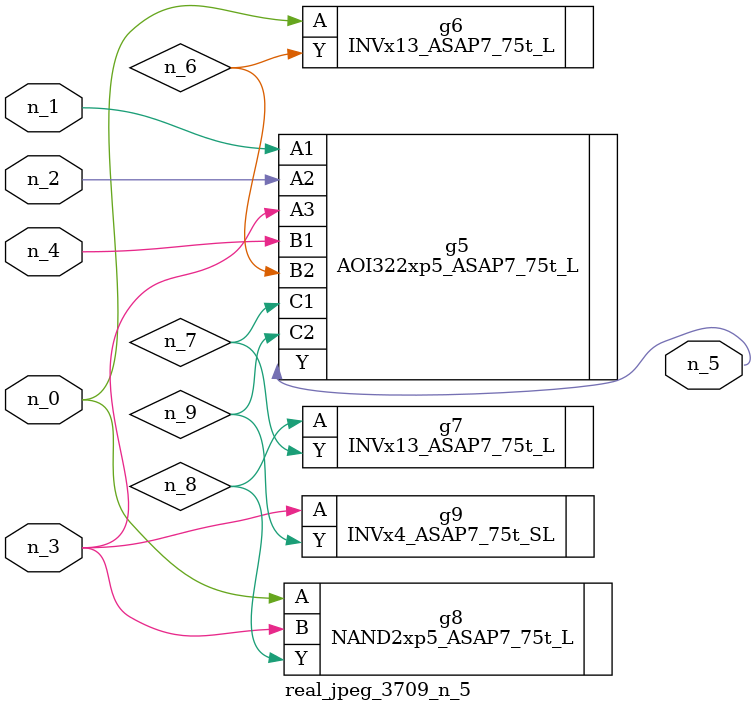
<source format=v>
module real_jpeg_3709_n_5 (n_4, n_0, n_1, n_2, n_3, n_5);

input n_4;
input n_0;
input n_1;
input n_2;
input n_3;

output n_5;

wire n_8;
wire n_6;
wire n_7;
wire n_9;

INVx13_ASAP7_75t_L g6 ( 
.A(n_0),
.Y(n_6)
);

NAND2xp5_ASAP7_75t_L g8 ( 
.A(n_0),
.B(n_3),
.Y(n_8)
);

AOI322xp5_ASAP7_75t_L g5 ( 
.A1(n_1),
.A2(n_2),
.A3(n_3),
.B1(n_4),
.B2(n_6),
.C1(n_7),
.C2(n_9),
.Y(n_5)
);

INVx4_ASAP7_75t_SL g9 ( 
.A(n_3),
.Y(n_9)
);

INVx13_ASAP7_75t_L g7 ( 
.A(n_8),
.Y(n_7)
);


endmodule
</source>
